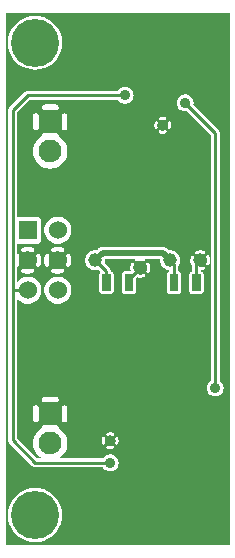
<source format=gbr>
G04 start of page 3 for group 5 idx 5 *
G04 Title: (unknown), bottom *
G04 Creator: pcb 4.2.2 *
G04 CreationDate: Sat Aug  8 01:25:40 2020 UTC *
G04 For: harold *
G04 Format: Gerber/RS-274X *
G04 PCB-Dimensions (mil): 6000.00 5000.00 *
G04 PCB-Coordinate-Origin: lower left *
%MOIN*%
%FSLAX25Y25*%
%LNBOTTOM*%
%ADD34C,0.0340*%
%ADD33C,0.0390*%
%ADD32C,0.0240*%
%ADD31C,0.1350*%
%ADD30C,0.0460*%
%ADD29C,0.1600*%
%ADD28C,0.0360*%
%ADD27C,0.0760*%
%ADD26C,0.0600*%
%ADD25C,0.0200*%
%ADD24C,0.0100*%
%ADD23C,0.0001*%
G54D23*G36*
X180172Y345207D02*X181000Y344379D01*
Y262365D01*
X180849Y262272D01*
X180514Y261986D01*
X180228Y261651D01*
X180172Y261559D01*
Y300853D01*
X180222Y300867D01*
X180294Y300901D01*
X180359Y300944D01*
X180417Y300998D01*
X180465Y301060D01*
X180502Y301130D01*
X180622Y301420D01*
X180711Y301721D01*
X180770Y302030D01*
X180800Y302343D01*
Y302657D01*
X180770Y302970D01*
X180711Y303279D01*
X180622Y303580D01*
X180505Y303872D01*
X180467Y303941D01*
X180419Y304004D01*
X180361Y304058D01*
X180295Y304102D01*
X180223Y304135D01*
X180172Y304150D01*
Y345207D01*
G37*
G36*
Y384843D02*X187461D01*
Y207677D01*
X180172D01*
Y258441D01*
X180228Y258349D01*
X180514Y258014D01*
X180849Y257728D01*
X181225Y257497D01*
X181632Y257329D01*
X182061Y257226D01*
X182500Y257191D01*
X182939Y257226D01*
X183368Y257329D01*
X183775Y257497D01*
X184151Y257728D01*
X184486Y258014D01*
X184772Y258349D01*
X185003Y258725D01*
X185171Y259132D01*
X185274Y259561D01*
X185300Y260000D01*
X185274Y260439D01*
X185171Y260868D01*
X185003Y261275D01*
X184772Y261651D01*
X184486Y261986D01*
X184151Y262272D01*
X184000Y262365D01*
Y344941D01*
X184005Y345000D01*
X183986Y345235D01*
X183931Y345465D01*
X183841Y345683D01*
X183717Y345884D01*
X183564Y346064D01*
X183519Y346102D01*
X180172Y349450D01*
Y384843D01*
G37*
G36*
Y207677D02*X177496D01*
Y291251D01*
X177780Y291252D01*
X177933Y291289D01*
X178078Y291349D01*
X178213Y291431D01*
X178332Y291534D01*
X178435Y291653D01*
X178517Y291788D01*
X178577Y291933D01*
X178614Y292086D01*
X178623Y292243D01*
X178614Y297914D01*
X178577Y298067D01*
X178517Y298212D01*
X178435Y298347D01*
X178332Y298466D01*
X178213Y298569D01*
X178078Y298651D01*
X177933Y298711D01*
X177780Y298748D01*
X177743Y298750D01*
Y299208D01*
X177970Y299230D01*
X178279Y299289D01*
X178580Y299378D01*
X178872Y299495D01*
X178941Y299533D01*
X179004Y299581D01*
X179058Y299639D01*
X179102Y299705D01*
X179135Y299777D01*
X179157Y299853D01*
X179166Y299931D01*
X179164Y300010D01*
X179149Y300088D01*
X179121Y300162D01*
X179083Y300231D01*
X179034Y300294D01*
X178976Y300348D01*
X178911Y300392D01*
X178839Y300425D01*
X178763Y300447D01*
X178684Y300457D01*
X178605Y300454D01*
X178528Y300439D01*
X178454Y300410D01*
X178252Y300326D01*
X178042Y300265D01*
X177827Y300223D01*
X177743Y300215D01*
Y300622D01*
X178561Y301439D01*
X178717Y301616D01*
X178841Y301817D01*
X178931Y302035D01*
X178986Y302265D01*
X179005Y302500D01*
X178986Y302735D01*
X178931Y302965D01*
X178841Y303183D01*
X178717Y303384D01*
X178564Y303564D01*
X178384Y303717D01*
X178183Y303841D01*
X177965Y303931D01*
X177735Y303986D01*
X177500Y304005D01*
X177496Y304004D01*
Y304797D01*
X177609D01*
X177827Y304777D01*
X178042Y304735D01*
X178252Y304674D01*
X178455Y304592D01*
X178528Y304564D01*
X178606Y304549D01*
X178684Y304546D01*
X178762Y304556D01*
X178838Y304577D01*
X178909Y304610D01*
X178975Y304654D01*
X179032Y304708D01*
X179081Y304770D01*
X179119Y304839D01*
X179146Y304913D01*
X179161Y304990D01*
X179164Y305069D01*
X179154Y305147D01*
X179133Y305222D01*
X179099Y305294D01*
X179056Y305359D01*
X179002Y305417D01*
X178940Y305465D01*
X178870Y305502D01*
X178580Y305622D01*
X178279Y305711D01*
X177970Y305770D01*
X177657Y305800D01*
X177496D01*
Y347883D01*
X180172Y345207D01*
Y304150D01*
X180147Y304157D01*
X180069Y304166D01*
X179990Y304164D01*
X179912Y304149D01*
X179838Y304121D01*
X179769Y304083D01*
X179706Y304034D01*
X179652Y303976D01*
X179608Y303911D01*
X179575Y303839D01*
X179553Y303763D01*
X179543Y303684D01*
X179546Y303605D01*
X179561Y303528D01*
X179590Y303454D01*
X179674Y303252D01*
X179735Y303042D01*
X179777Y302827D01*
X179797Y302609D01*
Y302391D01*
X179777Y302173D01*
X179735Y301958D01*
X179674Y301748D01*
X179592Y301545D01*
X179564Y301472D01*
X179549Y301394D01*
X179546Y301316D01*
X179556Y301238D01*
X179577Y301162D01*
X179610Y301091D01*
X179654Y301025D01*
X179708Y300968D01*
X179770Y300919D01*
X179839Y300881D01*
X179913Y300854D01*
X179990Y300839D01*
X180069Y300836D01*
X180147Y300846D01*
X180172Y300853D01*
Y261559D01*
X179997Y261275D01*
X179829Y260868D01*
X179726Y260439D01*
X179691Y260000D01*
X179726Y259561D01*
X179829Y259132D01*
X179997Y258725D01*
X180172Y258441D01*
Y207677D01*
G37*
G36*
X177496Y384843D02*X180172D01*
Y349450D01*
X177496Y352126D01*
Y384843D01*
G37*
G36*
X167230Y299211D02*X167257Y299209D01*
Y298748D01*
X167230Y298748D01*
Y299211D01*
G37*
G36*
Y384843D02*X177496D01*
Y352126D01*
X175233Y354389D01*
X175274Y354561D01*
X175300Y355000D01*
X175274Y355439D01*
X175171Y355868D01*
X175003Y356275D01*
X174772Y356651D01*
X174486Y356986D01*
X174151Y357272D01*
X173775Y357503D01*
X173368Y357671D01*
X172939Y357774D01*
X172500Y357809D01*
X172061Y357774D01*
X171632Y357671D01*
X171225Y357503D01*
X170849Y357272D01*
X170514Y356986D01*
X170228Y356651D01*
X169997Y356275D01*
X169829Y355868D01*
X169726Y355439D01*
X169691Y355000D01*
X169726Y354561D01*
X169829Y354132D01*
X169997Y353725D01*
X170228Y353349D01*
X170514Y353014D01*
X170849Y352728D01*
X171225Y352497D01*
X171632Y352329D01*
X172061Y352226D01*
X172500Y352191D01*
X172939Y352226D01*
X173111Y352267D01*
X177496Y347883D01*
Y305800D01*
X177343D01*
X177030Y305770D01*
X176721Y305711D01*
X176420Y305622D01*
X176128Y305505D01*
X176059Y305467D01*
X175996Y305419D01*
X175942Y305361D01*
X175898Y305295D01*
X175865Y305223D01*
X175843Y305147D01*
X175834Y305069D01*
X175836Y304990D01*
X175851Y304912D01*
X175879Y304838D01*
X175917Y304769D01*
X175966Y304706D01*
X176024Y304652D01*
X176089Y304608D01*
X176161Y304575D01*
X176237Y304553D01*
X176316Y304543D01*
X176395Y304546D01*
X176472Y304561D01*
X176546Y304590D01*
X176748Y304674D01*
X176958Y304735D01*
X177173Y304777D01*
X177391Y304797D01*
X177496D01*
Y304004D01*
X177265Y303986D01*
X177035Y303931D01*
X176817Y303841D01*
X176616Y303717D01*
X176439Y303561D01*
X175224Y302345D01*
X175208Y302332D01*
X175203Y302391D01*
Y302609D01*
X175223Y302827D01*
X175265Y303042D01*
X175326Y303252D01*
X175408Y303455D01*
X175436Y303528D01*
X175451Y303606D01*
X175454Y303684D01*
X175444Y303762D01*
X175423Y303838D01*
X175390Y303909D01*
X175346Y303975D01*
X175292Y304032D01*
X175230Y304081D01*
X175161Y304119D01*
X175087Y304146D01*
X175010Y304161D01*
X174931Y304164D01*
X174853Y304154D01*
X174778Y304133D01*
X174706Y304099D01*
X174641Y304056D01*
X174583Y304002D01*
X174535Y303940D01*
X174498Y303870D01*
X174378Y303580D01*
X174289Y303279D01*
X174230Y302970D01*
X174200Y302657D01*
Y302343D01*
X174230Y302030D01*
X174289Y301721D01*
X174378Y301420D01*
X174495Y301128D01*
X174533Y301059D01*
X174581Y300996D01*
X174639Y300942D01*
X174705Y300898D01*
X174743Y300881D01*
Y298748D01*
X174706Y298748D01*
X174553Y298711D01*
X174408Y298651D01*
X174273Y298569D01*
X174154Y298466D01*
X174051Y298347D01*
X173969Y298212D01*
X173909Y298067D01*
X173872Y297914D01*
X173863Y297757D01*
X173872Y292086D01*
X173909Y291933D01*
X173969Y291788D01*
X174051Y291653D01*
X174154Y291534D01*
X174273Y291431D01*
X174408Y291349D01*
X174553Y291289D01*
X174706Y291252D01*
X174863Y291243D01*
X177496Y291251D01*
Y207677D01*
X167230D01*
Y291252D01*
X167377Y291243D01*
X170294Y291252D01*
X170447Y291289D01*
X170592Y291349D01*
X170727Y291431D01*
X170846Y291534D01*
X170949Y291653D01*
X171031Y291788D01*
X171091Y291933D01*
X171128Y292086D01*
X171137Y292243D01*
X171128Y297914D01*
X171091Y298067D01*
X171031Y298212D01*
X170949Y298347D01*
X170846Y298466D01*
X170727Y298569D01*
X170592Y298651D01*
X170447Y298711D01*
X170294Y298748D01*
X170257Y298750D01*
Y300683D01*
X170449Y300997D01*
X170648Y301477D01*
X170769Y301982D01*
X170800Y302500D01*
X170769Y303018D01*
X170648Y303523D01*
X170449Y304003D01*
X170178Y304446D01*
X169841Y304841D01*
X169446Y305178D01*
X169003Y305449D01*
X168523Y305648D01*
X168018Y305769D01*
X167500Y305810D01*
X167230Y305789D01*
Y346214D01*
X167298Y346228D01*
X167371Y346255D01*
X167440Y346294D01*
X167502Y346343D01*
X167555Y346401D01*
X167598Y346466D01*
X167630Y346538D01*
X167706Y346771D01*
X167760Y347011D01*
X167792Y347255D01*
X167803Y347500D01*
X167792Y347745D01*
X167760Y347989D01*
X167706Y348229D01*
X167632Y348463D01*
X167600Y348535D01*
X167556Y348600D01*
X167503Y348659D01*
X167441Y348708D01*
X167372Y348746D01*
X167298Y348774D01*
X167230Y348788D01*
Y384843D01*
G37*
G36*
Y207677D02*X165001D01*
Y300345D01*
X165159Y300159D01*
X165554Y299822D01*
X165997Y299551D01*
X166477Y299352D01*
X166982Y299231D01*
X167230Y299211D01*
Y298748D01*
X167220Y298748D01*
X167067Y298711D01*
X166922Y298651D01*
X166787Y298569D01*
X166668Y298466D01*
X166565Y298347D01*
X166483Y298212D01*
X166423Y298067D01*
X166386Y297914D01*
X166377Y297757D01*
X166386Y292086D01*
X166423Y291933D01*
X166483Y291788D01*
X166565Y291653D01*
X166668Y291534D01*
X166787Y291431D01*
X166922Y291349D01*
X167067Y291289D01*
X167220Y291252D01*
X167230Y291252D01*
Y207677D01*
G37*
G36*
X165001Y384843D02*X167230D01*
Y348788D01*
X167221Y348790D01*
X167142Y348793D01*
X167063Y348784D01*
X166987Y348763D01*
X166915Y348730D01*
X166850Y348686D01*
X166791Y348633D01*
X166742Y348571D01*
X166704Y348502D01*
X166676Y348428D01*
X166660Y348351D01*
X166657Y348272D01*
X166666Y348193D01*
X166689Y348118D01*
X166738Y347968D01*
X166772Y347814D01*
X166793Y347658D01*
X166800Y347500D01*
X166793Y347342D01*
X166772Y347186D01*
X166738Y347032D01*
X166690Y346882D01*
X166668Y346806D01*
X166659Y346728D01*
X166662Y346650D01*
X166678Y346573D01*
X166705Y346499D01*
X166744Y346430D01*
X166793Y346369D01*
X166851Y346315D01*
X166916Y346272D01*
X166988Y346239D01*
X167064Y346218D01*
X167142Y346209D01*
X167220Y346212D01*
X167230Y346214D01*
Y305789D01*
X167053Y305775D01*
X166470Y306359D01*
X166419Y306419D01*
X166179Y306623D01*
X166179Y306623D01*
X165911Y306788D01*
X165620Y306908D01*
X165314Y306981D01*
X165001Y307006D01*
Y344697D01*
X165245Y344708D01*
X165489Y344740D01*
X165729Y344794D01*
X165963Y344868D01*
X166035Y344900D01*
X166100Y344944D01*
X166159Y344997D01*
X166208Y345059D01*
X166246Y345128D01*
X166274Y345202D01*
X166290Y345279D01*
X166293Y345358D01*
X166284Y345437D01*
X166263Y345513D01*
X166230Y345585D01*
X166186Y345650D01*
X166133Y345709D01*
X166071Y345758D01*
X166002Y345796D01*
X165928Y345824D01*
X165851Y345840D01*
X165772Y345843D01*
X165693Y345834D01*
X165618Y345811D01*
X165468Y345762D01*
X165314Y345728D01*
X165158Y345707D01*
X165001Y345700D01*
Y349300D01*
X165158Y349293D01*
X165314Y349272D01*
X165468Y349238D01*
X165618Y349190D01*
X165694Y349168D01*
X165772Y349159D01*
X165850Y349162D01*
X165927Y349178D01*
X166001Y349205D01*
X166070Y349244D01*
X166131Y349293D01*
X166185Y349351D01*
X166228Y349416D01*
X166261Y349488D01*
X166282Y349564D01*
X166291Y349642D01*
X166288Y349720D01*
X166272Y349798D01*
X166245Y349871D01*
X166206Y349940D01*
X166157Y350002D01*
X166099Y350055D01*
X166034Y350098D01*
X165962Y350130D01*
X165729Y350206D01*
X165489Y350260D01*
X165245Y350292D01*
X165001Y350303D01*
Y384843D01*
G37*
G36*
Y207677D02*X160172D01*
Y298353D01*
X160222Y298367D01*
X160294Y298401D01*
X160359Y298444D01*
X160417Y298498D01*
X160465Y298560D01*
X160502Y298630D01*
X160622Y298920D01*
X160711Y299221D01*
X160770Y299530D01*
X160800Y299843D01*
Y300157D01*
X160770Y300470D01*
X160711Y300779D01*
X160622Y301080D01*
X160505Y301372D01*
X160467Y301441D01*
X160419Y301504D01*
X160361Y301558D01*
X160295Y301602D01*
X160223Y301635D01*
X160172Y301650D01*
Y303000D01*
X164172D01*
X164225Y302947D01*
X164190Y302500D01*
X164231Y301982D01*
X164352Y301477D01*
X164551Y300997D01*
X164822Y300554D01*
X165001Y300345D01*
Y207677D01*
G37*
G36*
X160172D02*X155265D01*
Y291252D01*
X155280Y291252D01*
X155433Y291289D01*
X155578Y291349D01*
X155713Y291431D01*
X155832Y291534D01*
X155935Y291653D01*
X156017Y291788D01*
X156077Y291933D01*
X156114Y292086D01*
X156123Y292243D01*
X156116Y296495D01*
X156481Y296860D01*
X156721Y296789D01*
X157030Y296730D01*
X157343Y296700D01*
X157657D01*
X157970Y296730D01*
X158279Y296789D01*
X158580Y296878D01*
X158872Y296995D01*
X158941Y297033D01*
X159004Y297081D01*
X159058Y297139D01*
X159102Y297205D01*
X159135Y297277D01*
X159157Y297353D01*
X159166Y297431D01*
X159164Y297510D01*
X159149Y297588D01*
X159121Y297662D01*
X159083Y297731D01*
X159034Y297794D01*
X158976Y297848D01*
X158911Y297892D01*
X158839Y297925D01*
X158763Y297947D01*
X158684Y297957D01*
X158605Y297954D01*
X158528Y297939D01*
X158454Y297910D01*
X158252Y297826D01*
X158042Y297765D01*
X157827Y297723D01*
X157609Y297703D01*
X157391D01*
X157330Y297708D01*
X158561Y298939D01*
X158717Y299116D01*
X158841Y299317D01*
X158931Y299535D01*
X158986Y299765D01*
X159005Y300000D01*
X158986Y300235D01*
X158931Y300465D01*
X158841Y300683D01*
X158717Y300884D01*
X158564Y301064D01*
X158384Y301217D01*
X158183Y301341D01*
X157965Y301431D01*
X157735Y301486D01*
X157500Y301505D01*
X157265Y301486D01*
X157035Y301431D01*
X156817Y301341D01*
X156616Y301217D01*
X156439Y301061D01*
X155265Y299886D01*
Y300542D01*
X155265Y300542D01*
X155326Y300752D01*
X155408Y300955D01*
X155436Y301028D01*
X155451Y301106D01*
X155454Y301184D01*
X155444Y301262D01*
X155423Y301338D01*
X155390Y301409D01*
X155346Y301475D01*
X155292Y301532D01*
X155265Y301554D01*
Y303000D01*
X156118D01*
X156059Y302967D01*
X155996Y302919D01*
X155942Y302861D01*
X155898Y302795D01*
X155865Y302723D01*
X155843Y302647D01*
X155834Y302569D01*
X155836Y302490D01*
X155851Y302412D01*
X155879Y302338D01*
X155917Y302269D01*
X155966Y302206D01*
X156024Y302152D01*
X156089Y302108D01*
X156161Y302075D01*
X156237Y302053D01*
X156316Y302043D01*
X156395Y302046D01*
X156472Y302061D01*
X156546Y302090D01*
X156748Y302174D01*
X156958Y302235D01*
X157173Y302277D01*
X157391Y302297D01*
X157609D01*
X157827Y302277D01*
X158042Y302235D01*
X158252Y302174D01*
X158455Y302092D01*
X158528Y302064D01*
X158606Y302049D01*
X158684Y302046D01*
X158762Y302056D01*
X158838Y302077D01*
X158909Y302110D01*
X158975Y302154D01*
X159032Y302208D01*
X159081Y302270D01*
X159119Y302339D01*
X159146Y302413D01*
X159161Y302490D01*
X159164Y302569D01*
X159154Y302647D01*
X159133Y302722D01*
X159099Y302794D01*
X159056Y302859D01*
X159002Y302917D01*
X158940Y302965D01*
X158874Y303000D01*
X160172D01*
Y301650D01*
X160147Y301657D01*
X160069Y301666D01*
X159990Y301664D01*
X159912Y301649D01*
X159838Y301621D01*
X159769Y301583D01*
X159706Y301534D01*
X159652Y301476D01*
X159608Y301411D01*
X159575Y301339D01*
X159553Y301263D01*
X159543Y301184D01*
X159546Y301105D01*
X159561Y301028D01*
X159590Y300954D01*
X159674Y300752D01*
X159735Y300542D01*
X159777Y300327D01*
X159797Y300109D01*
Y299891D01*
X159777Y299673D01*
X159735Y299458D01*
X159674Y299248D01*
X159592Y299045D01*
X159564Y298972D01*
X159549Y298894D01*
X159546Y298816D01*
X159556Y298738D01*
X159577Y298662D01*
X159610Y298591D01*
X159654Y298525D01*
X159708Y298468D01*
X159770Y298419D01*
X159839Y298381D01*
X159913Y298354D01*
X159990Y298339D01*
X160069Y298336D01*
X160147Y298346D01*
X160172Y298353D01*
Y207677D01*
G37*
G36*
X162770Y384843D02*X165001D01*
Y350303D01*
X165000Y350303D01*
X164755Y350292D01*
X164511Y350260D01*
X164271Y350206D01*
X164037Y350132D01*
X163965Y350100D01*
X163900Y350056D01*
X163841Y350003D01*
X163792Y349941D01*
X163754Y349872D01*
X163726Y349798D01*
X163710Y349721D01*
X163707Y349642D01*
X163716Y349563D01*
X163737Y349487D01*
X163770Y349415D01*
X163814Y349350D01*
X163867Y349291D01*
X163929Y349242D01*
X163998Y349204D01*
X164072Y349176D01*
X164149Y349160D01*
X164228Y349157D01*
X164307Y349166D01*
X164382Y349189D01*
X164532Y349238D01*
X164686Y349272D01*
X164842Y349293D01*
X165000Y349300D01*
X165001Y349300D01*
Y345700D01*
X165000Y345700D01*
X164842Y345707D01*
X164686Y345728D01*
X164532Y345762D01*
X164382Y345810D01*
X164306Y345832D01*
X164228Y345841D01*
X164150Y345838D01*
X164073Y345822D01*
X163999Y345795D01*
X163930Y345756D01*
X163869Y345707D01*
X163815Y345649D01*
X163772Y345584D01*
X163739Y345512D01*
X163718Y345436D01*
X163709Y345358D01*
X163712Y345280D01*
X163728Y345202D01*
X163755Y345129D01*
X163794Y345060D01*
X163843Y344998D01*
X163901Y344945D01*
X163966Y344902D01*
X164038Y344870D01*
X164271Y344794D01*
X164511Y344740D01*
X164755Y344708D01*
X165000Y344697D01*
X165001Y344697D01*
Y307006D01*
X165000Y307006D01*
X164922Y307000D01*
X162770D01*
Y346212D01*
X162779Y346210D01*
X162858Y346207D01*
X162937Y346216D01*
X163013Y346237D01*
X163085Y346270D01*
X163150Y346314D01*
X163209Y346367D01*
X163258Y346429D01*
X163296Y346498D01*
X163324Y346572D01*
X163340Y346649D01*
X163343Y346728D01*
X163334Y346807D01*
X163311Y346882D01*
X163262Y347032D01*
X163228Y347186D01*
X163207Y347342D01*
X163200Y347500D01*
X163207Y347658D01*
X163228Y347814D01*
X163262Y347968D01*
X163310Y348118D01*
X163332Y348194D01*
X163341Y348272D01*
X163338Y348350D01*
X163322Y348427D01*
X163295Y348501D01*
X163256Y348570D01*
X163207Y348631D01*
X163149Y348685D01*
X163084Y348728D01*
X163012Y348761D01*
X162936Y348782D01*
X162858Y348791D01*
X162780Y348788D01*
X162770Y348786D01*
Y384843D01*
G37*
G36*
X155265D02*X162770D01*
Y348786D01*
X162702Y348772D01*
X162629Y348745D01*
X162560Y348706D01*
X162498Y348657D01*
X162445Y348599D01*
X162402Y348534D01*
X162370Y348462D01*
X162294Y348229D01*
X162240Y347989D01*
X162208Y347745D01*
X162197Y347500D01*
X162208Y347255D01*
X162240Y347011D01*
X162294Y346771D01*
X162368Y346537D01*
X162400Y346465D01*
X162444Y346400D01*
X162497Y346341D01*
X162559Y346292D01*
X162628Y346254D01*
X162702Y346226D01*
X162770Y346212D01*
Y307000D01*
X155265D01*
Y357022D01*
X155274Y357061D01*
X155300Y357500D01*
X155274Y357939D01*
X155265Y357978D01*
Y384843D01*
G37*
G36*
Y299886D02*X155208Y299830D01*
X155203Y299891D01*
Y300109D01*
X155223Y300327D01*
X155265Y300542D01*
Y299886D01*
G37*
G36*
X147501Y356000D02*X150135D01*
X150228Y355849D01*
X150514Y355514D01*
X150849Y355228D01*
X151225Y354997D01*
X151632Y354829D01*
X152061Y354726D01*
X152500Y354691D01*
X152939Y354726D01*
X153368Y354829D01*
X153775Y354997D01*
X154151Y355228D01*
X154486Y355514D01*
X154772Y355849D01*
X155003Y356225D01*
X155171Y356632D01*
X155265Y357022D01*
Y307000D01*
X147501D01*
Y356000D01*
G37*
G36*
X155265Y207677D02*X149730D01*
Y233300D01*
X149772Y233349D01*
X150003Y233725D01*
X150171Y234132D01*
X150274Y234561D01*
X150300Y235000D01*
X150274Y235439D01*
X150171Y235868D01*
X150003Y236275D01*
X149772Y236651D01*
X149730Y236700D01*
Y241033D01*
X149798Y241047D01*
X149871Y241074D01*
X149940Y241113D01*
X150002Y241162D01*
X150055Y241220D01*
X150098Y241285D01*
X150130Y241357D01*
X150206Y241590D01*
X150260Y241830D01*
X150292Y242074D01*
X150303Y242319D01*
X150292Y242564D01*
X150260Y242808D01*
X150206Y243047D01*
X150132Y243282D01*
X150100Y243354D01*
X150056Y243419D01*
X150003Y243477D01*
X149941Y243527D01*
X149872Y243565D01*
X149798Y243593D01*
X149730Y243607D01*
Y303000D01*
X155265D01*
Y301554D01*
X155230Y301581D01*
X155161Y301619D01*
X155087Y301646D01*
X155010Y301661D01*
X154931Y301664D01*
X154853Y301654D01*
X154778Y301633D01*
X154706Y301599D01*
X154641Y301556D01*
X154583Y301502D01*
X154535Y301440D01*
X154498Y301370D01*
X154378Y301080D01*
X154289Y300779D01*
X154230Y300470D01*
X154200Y300157D01*
Y299843D01*
X154230Y299530D01*
X154289Y299221D01*
X154360Y298981D01*
X154133Y298754D01*
X152206Y298748D01*
X152053Y298711D01*
X151908Y298651D01*
X151773Y298569D01*
X151654Y298466D01*
X151551Y298347D01*
X151469Y298212D01*
X151409Y298067D01*
X151372Y297914D01*
X151363Y297757D01*
X151372Y292086D01*
X151409Y291933D01*
X151469Y291788D01*
X151551Y291653D01*
X151654Y291534D01*
X151773Y291431D01*
X151908Y291349D01*
X152053Y291289D01*
X152206Y291252D01*
X152363Y291243D01*
X155265Y291252D01*
Y207677D01*
G37*
G36*
X149730Y236700D02*X149486Y236986D01*
X149151Y237272D01*
X148775Y237503D01*
X148368Y237671D01*
X147939Y237774D01*
X147501Y237809D01*
Y239516D01*
X147745Y239527D01*
X147989Y239559D01*
X148229Y239613D01*
X148463Y239687D01*
X148535Y239719D01*
X148600Y239763D01*
X148659Y239816D01*
X148708Y239878D01*
X148746Y239947D01*
X148774Y240021D01*
X148790Y240098D01*
X148793Y240177D01*
X148784Y240256D01*
X148763Y240332D01*
X148730Y240404D01*
X148686Y240469D01*
X148633Y240527D01*
X148571Y240576D01*
X148502Y240615D01*
X148428Y240643D01*
X148351Y240658D01*
X148272Y240662D01*
X148193Y240653D01*
X148118Y240630D01*
X147968Y240581D01*
X147814Y240546D01*
X147658Y240526D01*
X147501Y240519D01*
Y244119D01*
X147658Y244112D01*
X147814Y244091D01*
X147968Y244057D01*
X148118Y244009D01*
X148194Y243987D01*
X148272Y243978D01*
X148350Y243981D01*
X148427Y243997D01*
X148501Y244024D01*
X148570Y244063D01*
X148631Y244112D01*
X148685Y244170D01*
X148728Y244235D01*
X148761Y244307D01*
X148782Y244383D01*
X148791Y244461D01*
X148788Y244539D01*
X148772Y244616D01*
X148745Y244690D01*
X148706Y244759D01*
X148657Y244820D01*
X148599Y244874D01*
X148534Y244917D01*
X148462Y244949D01*
X148229Y245025D01*
X147989Y245079D01*
X147745Y245111D01*
X147501Y245122D01*
Y291251D01*
X147794Y291252D01*
X147947Y291289D01*
X148092Y291349D01*
X148227Y291431D01*
X148346Y291534D01*
X148449Y291653D01*
X148531Y291788D01*
X148591Y291933D01*
X148628Y292086D01*
X148637Y292243D01*
X148628Y297914D01*
X148591Y298067D01*
X148531Y298212D01*
X148449Y298347D01*
X148346Y298466D01*
X148227Y298569D01*
X148092Y298651D01*
X147947Y298711D01*
X147794Y298748D01*
X147761Y298750D01*
X147743Y298978D01*
X147688Y299208D01*
X147598Y299426D01*
X147501Y299584D01*
Y303000D01*
X149730D01*
Y243607D01*
X149721Y243609D01*
X149642Y243612D01*
X149563Y243603D01*
X149487Y243582D01*
X149415Y243549D01*
X149350Y243505D01*
X149291Y243452D01*
X149242Y243390D01*
X149204Y243321D01*
X149176Y243247D01*
X149160Y243169D01*
X149157Y243091D01*
X149166Y243012D01*
X149189Y242937D01*
X149238Y242787D01*
X149272Y242633D01*
X149293Y242476D01*
X149300Y242319D01*
X149293Y242161D01*
X149272Y242005D01*
X149238Y241851D01*
X149190Y241701D01*
X149168Y241625D01*
X149159Y241547D01*
X149162Y241469D01*
X149178Y241391D01*
X149205Y241318D01*
X149244Y241249D01*
X149293Y241187D01*
X149351Y241134D01*
X149416Y241091D01*
X149488Y241058D01*
X149564Y241037D01*
X149642Y241028D01*
X149720Y241031D01*
X149730Y241033D01*
Y236700D01*
G37*
G36*
Y207677D02*X147501D01*
Y232191D01*
X147939Y232226D01*
X148368Y232329D01*
X148775Y232497D01*
X149151Y232728D01*
X149486Y233014D01*
X149730Y233300D01*
Y207677D01*
G37*
G36*
X147501Y299584D02*X147474Y299627D01*
X147321Y299807D01*
X147276Y299845D01*
X145647Y301474D01*
X145648Y301477D01*
X145769Y301982D01*
X145800Y302500D01*
X145774Y302945D01*
X145828Y303000D01*
X147501D01*
Y299584D01*
G37*
G36*
X145270Y356000D02*X147501D01*
Y307000D01*
X145270D01*
Y356000D01*
G37*
G36*
X147501Y237809D02*X147500Y237809D01*
X147061Y237774D01*
X146632Y237671D01*
X146225Y237503D01*
X145849Y237272D01*
X145514Y236986D01*
X145270Y236700D01*
Y241031D01*
X145279Y241029D01*
X145358Y241026D01*
X145437Y241035D01*
X145513Y241056D01*
X145585Y241089D01*
X145650Y241133D01*
X145709Y241186D01*
X145758Y241248D01*
X145796Y241317D01*
X145824Y241391D01*
X145840Y241468D01*
X145843Y241547D01*
X145834Y241626D01*
X145811Y241701D01*
X145762Y241851D01*
X145728Y242005D01*
X145707Y242161D01*
X145700Y242319D01*
X145707Y242476D01*
X145728Y242633D01*
X145762Y242787D01*
X145810Y242937D01*
X145832Y243012D01*
X145841Y243091D01*
X145838Y243169D01*
X145822Y243246D01*
X145795Y243320D01*
X145756Y243389D01*
X145707Y243450D01*
X145649Y243504D01*
X145584Y243547D01*
X145512Y243580D01*
X145436Y243601D01*
X145358Y243610D01*
X145280Y243607D01*
X145270Y243605D01*
Y291244D01*
X147501Y291251D01*
Y245122D01*
X147500Y245122D01*
X147255Y245111D01*
X147011Y245079D01*
X146771Y245025D01*
X146537Y244951D01*
X146465Y244919D01*
X146400Y244875D01*
X146341Y244822D01*
X146292Y244760D01*
X146254Y244691D01*
X146226Y244617D01*
X146210Y244540D01*
X146207Y244461D01*
X146216Y244382D01*
X146237Y244306D01*
X146270Y244234D01*
X146314Y244169D01*
X146367Y244110D01*
X146429Y244061D01*
X146498Y244023D01*
X146572Y243995D01*
X146649Y243979D01*
X146728Y243976D01*
X146807Y243985D01*
X146882Y244008D01*
X147032Y244057D01*
X147186Y244091D01*
X147342Y244112D01*
X147500Y244119D01*
X147501Y244119D01*
Y240519D01*
X147500Y240519D01*
X147342Y240526D01*
X147186Y240546D01*
X147032Y240581D01*
X146882Y240628D01*
X146806Y240651D01*
X146728Y240660D01*
X146650Y240657D01*
X146573Y240641D01*
X146499Y240614D01*
X146430Y240575D01*
X146369Y240526D01*
X146315Y240468D01*
X146272Y240403D01*
X146239Y240331D01*
X146218Y240255D01*
X146209Y240177D01*
X146212Y240098D01*
X146228Y240021D01*
X146255Y239948D01*
X146294Y239879D01*
X146343Y239817D01*
X146401Y239764D01*
X146466Y239721D01*
X146538Y239689D01*
X146771Y239613D01*
X147011Y239559D01*
X147255Y239527D01*
X147500Y239516D01*
X147501Y239516D01*
Y237809D01*
G37*
G36*
X145270Y236700D02*X145228Y236651D01*
X145135Y236500D01*
X134398D01*
Y291541D01*
X134458Y291794D01*
X134500Y292500D01*
X134458Y293206D01*
X134398Y293459D01*
Y301539D01*
X134422Y301637D01*
X134484Y302067D01*
X134505Y302500D01*
X134484Y302933D01*
X134422Y303363D01*
X134398Y303461D01*
Y311541D01*
X134458Y311794D01*
X134500Y312500D01*
X134458Y313206D01*
X134398Y313459D01*
Y356000D01*
X145270D01*
Y307000D01*
X145078D01*
X145000Y307006D01*
X144686Y306981D01*
X144380Y306908D01*
X144089Y306788D01*
X143821Y306623D01*
X143821Y306623D01*
X143581Y306419D01*
X143530Y306359D01*
X142947Y305775D01*
X142500Y305810D01*
X141982Y305769D01*
X141477Y305648D01*
X140997Y305449D01*
X140554Y305178D01*
X140159Y304841D01*
X139822Y304446D01*
X139551Y304003D01*
X139352Y303523D01*
X139231Y303018D01*
X139190Y302500D01*
X139231Y301982D01*
X139352Y301477D01*
X139551Y300997D01*
X139822Y300554D01*
X140159Y300159D01*
X140554Y299822D01*
X140997Y299551D01*
X141477Y299352D01*
X141982Y299231D01*
X142500Y299190D01*
X143018Y299231D01*
X143523Y299352D01*
X143526Y299353D01*
X144302Y298577D01*
X144287Y298569D01*
X144168Y298466D01*
X144065Y298347D01*
X143983Y298212D01*
X143923Y298067D01*
X143886Y297914D01*
X143877Y297757D01*
X143886Y292086D01*
X143923Y291933D01*
X143983Y291788D01*
X144065Y291653D01*
X144168Y291534D01*
X144287Y291431D01*
X144422Y291349D01*
X144567Y291289D01*
X144720Y291252D01*
X144877Y291243D01*
X145270Y291244D01*
Y243605D01*
X145202Y243591D01*
X145129Y243564D01*
X145060Y243525D01*
X144998Y243476D01*
X144945Y243418D01*
X144902Y243353D01*
X144870Y243281D01*
X144794Y243047D01*
X144740Y242808D01*
X144708Y242564D01*
X144697Y242319D01*
X144708Y242074D01*
X144740Y241830D01*
X144794Y241590D01*
X144868Y241356D01*
X144900Y241284D01*
X144944Y241218D01*
X144997Y241160D01*
X145059Y241111D01*
X145128Y241072D01*
X145202Y241045D01*
X145270Y241031D01*
Y236700D01*
G37*
G36*
X147501Y207677D02*X134398D01*
Y233500D01*
X145135D01*
X145228Y233349D01*
X145514Y233014D01*
X145849Y232728D01*
X146225Y232497D01*
X146632Y232329D01*
X147061Y232226D01*
X147500Y232191D01*
X147501Y232191D01*
Y207677D01*
G37*
G36*
X134398Y384843D02*X155265D01*
Y357978D01*
X155171Y358368D01*
X155003Y358775D01*
X154772Y359151D01*
X154486Y359486D01*
X154151Y359772D01*
X153775Y360003D01*
X153368Y360171D01*
X152939Y360274D01*
X152500Y360309D01*
X152061Y360274D01*
X151632Y360171D01*
X151225Y360003D01*
X150849Y359772D01*
X150514Y359486D01*
X150228Y359151D01*
X150135Y359000D01*
X134398D01*
Y384843D01*
G37*
G36*
X132275Y301000D02*X132366D01*
X132602Y301014D01*
X132725Y301044D01*
X132725Y301026D01*
X132745Y300909D01*
X132782Y300797D01*
X132836Y300693D01*
X132906Y300598D01*
X132991Y300515D01*
X133087Y300446D01*
X133192Y300393D01*
X133305Y300357D01*
X133421Y300340D01*
X133539Y300341D01*
X133656Y300360D01*
X133768Y300397D01*
X133873Y300452D01*
X133968Y300522D01*
X134051Y300606D01*
X134119Y300702D01*
X134170Y300808D01*
X134318Y301216D01*
X134398Y301539D01*
Y293459D01*
X134293Y293895D01*
X134022Y294549D01*
X133652Y295153D01*
X133192Y295692D01*
X132653Y296152D01*
X132275Y296384D01*
Y301000D01*
G37*
G36*
Y308616D02*X132653Y308848D01*
X133192Y309308D01*
X133652Y309847D01*
X134022Y310451D01*
X134293Y311105D01*
X134398Y311541D01*
Y303461D01*
X134318Y303784D01*
X134175Y304194D01*
X134122Y304300D01*
X134053Y304396D01*
X133970Y304481D01*
X133875Y304551D01*
X133769Y304606D01*
X133657Y304643D01*
X133540Y304663D01*
X133421Y304664D01*
X133304Y304646D01*
X133191Y304610D01*
X133085Y304557D01*
X132988Y304488D01*
X132904Y304405D01*
X132833Y304309D01*
X132779Y304204D01*
X132741Y304092D01*
X132722Y303975D01*
X132722Y303957D01*
X132602Y303986D01*
X132366Y304000D01*
X132275D01*
Y308616D01*
G37*
G36*
Y356000D02*X134398D01*
Y313459D01*
X134293Y313895D01*
X134022Y314549D01*
X133652Y315153D01*
X133192Y315692D01*
X132653Y316152D01*
X132275Y316384D01*
Y335606D01*
X132639Y336200D01*
X132985Y337037D01*
X133197Y337917D01*
X133250Y338819D01*
X133197Y339721D01*
X132985Y340601D01*
X132639Y341437D01*
X132275Y342032D01*
Y345834D01*
X132428Y345846D01*
X132577Y345882D01*
X132719Y345940D01*
X132850Y346021D01*
X132967Y346120D01*
X133066Y346237D01*
X133146Y346368D01*
X133205Y346510D01*
X133241Y346659D01*
X133250Y346812D01*
Y350512D01*
X133241Y350665D01*
X133205Y350814D01*
X133146Y350956D01*
X133066Y351087D01*
X132967Y351203D01*
X132850Y351303D01*
X132719Y351383D01*
X132577Y351442D01*
X132428Y351478D01*
X132275Y351490D01*
Y356000D01*
G37*
G36*
X134398Y236500D02*X132275D01*
Y238263D01*
X132639Y238857D01*
X132985Y239694D01*
X133197Y240574D01*
X133250Y241476D01*
X133197Y242378D01*
X132985Y243258D01*
X132639Y244094D01*
X132275Y244689D01*
Y248491D01*
X132428Y248503D01*
X132577Y248539D01*
X132719Y248598D01*
X132850Y248678D01*
X132967Y248777D01*
X133066Y248894D01*
X133146Y249025D01*
X133205Y249167D01*
X133241Y249316D01*
X133250Y249469D01*
Y253169D01*
X133241Y253322D01*
X133205Y253471D01*
X133146Y253613D01*
X133066Y253744D01*
X132967Y253861D01*
X132850Y253960D01*
X132719Y254040D01*
X132577Y254099D01*
X132428Y254135D01*
X132275Y254147D01*
Y288616D01*
X132653Y288848D01*
X133192Y289308D01*
X133652Y289847D01*
X134022Y290451D01*
X134293Y291105D01*
X134398Y291541D01*
Y236500D01*
G37*
G36*
X130002Y301000D02*X132275D01*
Y296384D01*
X132049Y296522D01*
X131395Y296793D01*
X130706Y296958D01*
X130002Y297014D01*
Y297995D01*
X130433Y298016D01*
X130863Y298078D01*
X131284Y298182D01*
X131694Y298325D01*
X131800Y298378D01*
X131896Y298447D01*
X131981Y298530D01*
X132051Y298625D01*
X132106Y298731D01*
X132143Y298843D01*
X132163Y298960D01*
X132164Y299079D01*
X132146Y299196D01*
X132110Y299309D01*
X132057Y299415D01*
X131988Y299512D01*
X131905Y299596D01*
X131809Y299667D01*
X131704Y299721D01*
X131592Y299759D01*
X131475Y299778D01*
X131356Y299779D01*
X131239Y299761D01*
X131126Y299723D01*
X130855Y299624D01*
X130575Y299556D01*
X130289Y299514D01*
X130002Y299500D01*
Y301000D01*
G37*
G36*
Y307986D02*X130706Y308042D01*
X131395Y308207D01*
X132049Y308478D01*
X132275Y308616D01*
Y304000D01*
X130002D01*
Y305500D01*
X130289Y305486D01*
X130575Y305444D01*
X130855Y305376D01*
X131128Y305280D01*
X131239Y305242D01*
X131356Y305225D01*
X131474Y305225D01*
X131591Y305245D01*
X131703Y305282D01*
X131807Y305336D01*
X131902Y305406D01*
X131985Y305491D01*
X132054Y305587D01*
X132107Y305692D01*
X132143Y305805D01*
X132160Y305921D01*
X132159Y306039D01*
X132140Y306156D01*
X132103Y306268D01*
X132048Y306373D01*
X131978Y306468D01*
X131894Y306551D01*
X131798Y306619D01*
X131692Y306670D01*
X131284Y306818D01*
X130863Y306922D01*
X130433Y306984D01*
X130002Y307005D01*
Y307986D01*
G37*
G36*
X127500Y308754D02*X127951Y308478D01*
X128605Y308207D01*
X129294Y308042D01*
X130000Y307986D01*
X130002Y307986D01*
Y307005D01*
X130000Y307005D01*
X129567Y306984D01*
X129137Y306922D01*
X128716Y306818D01*
X128306Y306675D01*
X128200Y306622D01*
X128104Y306553D01*
X128019Y306470D01*
X127949Y306375D01*
X127894Y306269D01*
X127857Y306157D01*
X127837Y306040D01*
X127836Y305921D01*
X127854Y305804D01*
X127890Y305691D01*
X127943Y305585D01*
X128012Y305488D01*
X128095Y305404D01*
X128191Y305333D01*
X128296Y305279D01*
X128408Y305241D01*
X128525Y305222D01*
X128644Y305221D01*
X128761Y305239D01*
X128874Y305277D01*
X129145Y305376D01*
X129425Y305444D01*
X129711Y305486D01*
X130000Y305500D01*
X130002Y305500D01*
Y304000D01*
X130000D01*
X129765Y303986D01*
X129535Y303931D01*
X129317Y303841D01*
X129116Y303717D01*
X128936Y303564D01*
X128783Y303384D01*
X128659Y303183D01*
X128569Y302965D01*
X128514Y302735D01*
X128495Y302500D01*
X128514Y302265D01*
X128569Y302035D01*
X128659Y301817D01*
X128783Y301616D01*
X128936Y301436D01*
X129116Y301283D01*
X129317Y301159D01*
X129535Y301069D01*
X129765Y301014D01*
X130000Y301000D01*
X130002D01*
Y299500D01*
X130000Y299500D01*
X129711Y299514D01*
X129425Y299556D01*
X129145Y299624D01*
X128872Y299720D01*
X128761Y299758D01*
X128644Y299775D01*
X128526Y299775D01*
X128409Y299755D01*
X128297Y299718D01*
X128193Y299664D01*
X128098Y299594D01*
X128015Y299509D01*
X127946Y299413D01*
X127893Y299308D01*
X127857Y299195D01*
X127840Y299079D01*
X127841Y298961D01*
X127860Y298844D01*
X127897Y298732D01*
X127952Y298627D01*
X128022Y298532D01*
X128106Y298449D01*
X128202Y298381D01*
X128308Y298330D01*
X128716Y298182D01*
X129137Y298078D01*
X129567Y298016D01*
X130000Y297995D01*
X130002Y297995D01*
Y297014D01*
X130000Y297014D01*
X129294Y296958D01*
X128605Y296793D01*
X127951Y296522D01*
X127500Y296246D01*
Y308754D01*
G37*
G36*
Y333051D02*X128402Y333122D01*
X129282Y333333D01*
X130118Y333680D01*
X130890Y334153D01*
X131578Y334740D01*
X132166Y335429D01*
X132275Y335606D01*
Y316384D01*
X132049Y316522D01*
X131395Y316793D01*
X130706Y316958D01*
X130000Y317014D01*
X129294Y316958D01*
X128605Y316793D01*
X127951Y316522D01*
X127500Y316246D01*
Y333051D01*
G37*
G36*
Y356000D02*X132275D01*
Y351490D01*
X132122Y351478D01*
X131973Y351442D01*
X131831Y351383D01*
X131700Y351303D01*
X131583Y351203D01*
X131484Y351087D01*
X131404Y350956D01*
X131345Y350814D01*
X131309Y350665D01*
X131300Y350512D01*
Y346812D01*
X131309Y346659D01*
X131345Y346510D01*
X131404Y346368D01*
X131484Y346237D01*
X131583Y346120D01*
X131700Y346021D01*
X131831Y345940D01*
X131973Y345882D01*
X132122Y345846D01*
X132275Y345834D01*
Y342032D01*
X132166Y342209D01*
X131578Y342897D01*
X130890Y343485D01*
X130324Y343832D01*
X130328Y343887D01*
X130316Y344040D01*
X130280Y344189D01*
X130221Y344331D01*
X130141Y344462D01*
X130042Y344578D01*
X129925Y344678D01*
X129794Y344758D01*
X129652Y344817D01*
X129503Y344853D01*
X129350Y344862D01*
X127500D01*
Y352462D01*
X129350D01*
X129503Y352471D01*
X129652Y352507D01*
X129794Y352565D01*
X129925Y352646D01*
X130042Y352745D01*
X130141Y352862D01*
X130221Y352993D01*
X130280Y353135D01*
X130316Y353284D01*
X130328Y353437D01*
X130316Y353590D01*
X130280Y353739D01*
X130221Y353881D01*
X130141Y354012D01*
X130042Y354128D01*
X129925Y354228D01*
X129794Y354308D01*
X129652Y354367D01*
X129503Y354403D01*
X129350Y354412D01*
X127500D01*
Y356000D01*
G37*
G36*
X132275Y244689D02*X132166Y244866D01*
X131578Y245554D01*
X130890Y246142D01*
X130324Y246489D01*
X130328Y246544D01*
X130316Y246697D01*
X130280Y246846D01*
X130221Y246988D01*
X130141Y247119D01*
X130042Y247236D01*
X129925Y247335D01*
X129794Y247415D01*
X129652Y247474D01*
X129503Y247510D01*
X129350Y247519D01*
X127500D01*
Y255119D01*
X129350D01*
X129503Y255128D01*
X129652Y255164D01*
X129794Y255223D01*
X129925Y255303D01*
X130042Y255402D01*
X130141Y255519D01*
X130221Y255650D01*
X130280Y255792D01*
X130316Y255941D01*
X130328Y256094D01*
X130316Y256247D01*
X130280Y256396D01*
X130221Y256538D01*
X130141Y256669D01*
X130042Y256786D01*
X129925Y256885D01*
X129794Y256965D01*
X129652Y257024D01*
X129503Y257060D01*
X129350Y257069D01*
X127500D01*
Y288754D01*
X127951Y288478D01*
X128605Y288207D01*
X129294Y288042D01*
X130000Y287986D01*
X130706Y288042D01*
X131395Y288207D01*
X132049Y288478D01*
X132275Y288616D01*
Y254147D01*
X132122Y254135D01*
X131973Y254099D01*
X131831Y254040D01*
X131700Y253960D01*
X131583Y253861D01*
X131484Y253744D01*
X131404Y253613D01*
X131345Y253471D01*
X131309Y253322D01*
X131300Y253169D01*
Y249469D01*
X131309Y249316D01*
X131345Y249167D01*
X131404Y249025D01*
X131484Y248894D01*
X131583Y248777D01*
X131700Y248678D01*
X131831Y248598D01*
X131973Y248539D01*
X132122Y248503D01*
X132275Y248491D01*
Y244689D01*
G37*
G36*
X122780Y301372D02*X122742Y301261D01*
X122725Y301147D01*
Y303830D01*
X122739Y303739D01*
X122777Y303626D01*
X122876Y303355D01*
X122944Y303075D01*
X122986Y302789D01*
X123000Y302500D01*
X122986Y302211D01*
X122944Y301925D01*
X122876Y301645D01*
X122780Y301372D01*
G37*
G36*
X122725Y356000D02*X127500D01*
Y354412D01*
X125650D01*
X125497Y354403D01*
X125348Y354367D01*
X125206Y354308D01*
X125075Y354228D01*
X124958Y354128D01*
X124859Y354012D01*
X124779Y353881D01*
X124720Y353739D01*
X124684Y353590D01*
X124672Y353437D01*
X124684Y353284D01*
X124720Y353135D01*
X124779Y352993D01*
X124859Y352862D01*
X124958Y352745D01*
X125075Y352646D01*
X125206Y352565D01*
X125348Y352507D01*
X125497Y352471D01*
X125650Y352462D01*
X127500D01*
Y344862D01*
X125650D01*
X125497Y344853D01*
X125348Y344817D01*
X125206Y344758D01*
X125075Y344678D01*
X124958Y344578D01*
X124859Y344462D01*
X124779Y344331D01*
X124720Y344189D01*
X124684Y344040D01*
X124672Y343887D01*
X124676Y343832D01*
X124110Y343485D01*
X123422Y342897D01*
X122834Y342209D01*
X122725Y342032D01*
Y345834D01*
X122878Y345846D01*
X123027Y345882D01*
X123169Y345940D01*
X123300Y346021D01*
X123417Y346120D01*
X123516Y346237D01*
X123596Y346368D01*
X123655Y346510D01*
X123691Y346659D01*
X123700Y346812D01*
Y350512D01*
X123691Y350665D01*
X123655Y350814D01*
X123596Y350956D01*
X123516Y351087D01*
X123417Y351203D01*
X123300Y351303D01*
X123169Y351383D01*
X123027Y351442D01*
X122878Y351478D01*
X122725Y351490D01*
Y356000D01*
G37*
G36*
Y238263D02*X122834Y238086D01*
X123422Y237398D01*
X124110Y236810D01*
X124615Y236500D01*
X123121D01*
X122725Y236896D01*
Y238263D01*
G37*
G36*
X126387Y289802D02*X126808Y289308D01*
X127347Y288848D01*
X127500Y288754D01*
Y257069D01*
X126387D01*
Y289802D01*
G37*
G36*
Y309802D02*X126808Y309308D01*
X127347Y308848D01*
X127500Y308754D01*
Y296246D01*
X127347Y296152D01*
X126808Y295692D01*
X126387Y295198D01*
Y300349D01*
X126460Y300337D01*
X126579Y300336D01*
X126696Y300354D01*
X126809Y300390D01*
X126915Y300443D01*
X127012Y300512D01*
X127096Y300595D01*
X127167Y300691D01*
X127221Y300796D01*
X127259Y300908D01*
X127278Y301025D01*
X127279Y301144D01*
X127261Y301261D01*
X127223Y301374D01*
X127124Y301645D01*
X127056Y301925D01*
X127014Y302211D01*
X127000Y302500D01*
X127014Y302789D01*
X127056Y303075D01*
X127124Y303355D01*
X127220Y303628D01*
X127258Y303739D01*
X127275Y303856D01*
X127275Y303974D01*
X127255Y304091D01*
X127218Y304203D01*
X127164Y304307D01*
X127094Y304402D01*
X127009Y304485D01*
X126913Y304554D01*
X126808Y304607D01*
X126695Y304643D01*
X126579Y304660D01*
X126461Y304659D01*
X126387Y304647D01*
Y309802D01*
G37*
G36*
Y333173D02*X126598Y333122D01*
X127500Y333051D01*
Y316246D01*
X127347Y316152D01*
X126808Y315692D01*
X126387Y315198D01*
Y333173D01*
G37*
G36*
X127500Y247519D02*X126387D01*
Y255119D01*
X127500D01*
Y247519D01*
G37*
G36*
X126387D02*X125650D01*
X125497Y247510D01*
X125348Y247474D01*
X125206Y247415D01*
X125075Y247335D01*
X124958Y247236D01*
X124859Y247119D01*
X124779Y246988D01*
X124720Y246846D01*
X124684Y246697D01*
X124672Y246544D01*
X124676Y246489D01*
X124110Y246142D01*
X123422Y245554D01*
X122834Y244866D01*
X122725Y244689D01*
Y248491D01*
X122878Y248503D01*
X123027Y248539D01*
X123169Y248598D01*
X123300Y248678D01*
X123417Y248777D01*
X123516Y248894D01*
X123596Y249025D01*
X123655Y249167D01*
X123691Y249316D01*
X123700Y249469D01*
Y253169D01*
X123691Y253322D01*
X123655Y253471D01*
X123596Y253613D01*
X123516Y253744D01*
X123417Y253861D01*
X123300Y253960D01*
X123169Y254040D01*
X123027Y254099D01*
X122878Y254135D01*
X122725Y254147D01*
Y288910D01*
X123192Y289308D01*
X123652Y289847D01*
X124022Y290451D01*
X124293Y291105D01*
X124458Y291794D01*
X124500Y292500D01*
X124458Y293206D01*
X124293Y293895D01*
X124022Y294549D01*
X123652Y295153D01*
X123192Y295692D01*
X122725Y296090D01*
Y301080D01*
X122725Y301026D01*
X122745Y300909D01*
X122782Y300797D01*
X122836Y300693D01*
X122906Y300598D01*
X122991Y300515D01*
X123087Y300446D01*
X123192Y300393D01*
X123305Y300357D01*
X123421Y300340D01*
X123539Y300341D01*
X123656Y300360D01*
X123768Y300397D01*
X123873Y300452D01*
X123968Y300522D01*
X124051Y300606D01*
X124119Y300702D01*
X124170Y300808D01*
X124318Y301216D01*
X124422Y301637D01*
X124484Y302067D01*
X124505Y302500D01*
X124484Y302933D01*
X124422Y303363D01*
X124318Y303784D01*
X124175Y304194D01*
X124122Y304300D01*
X124053Y304396D01*
X123970Y304481D01*
X123875Y304551D01*
X123769Y304606D01*
X123657Y304643D01*
X123540Y304663D01*
X123421Y304664D01*
X123304Y304646D01*
X123191Y304610D01*
X123085Y304557D01*
X122988Y304488D01*
X122904Y304405D01*
X122833Y304309D01*
X122779Y304204D01*
X122741Y304092D01*
X122725Y303993D01*
Y308013D01*
X123235Y308014D01*
X123465Y308069D01*
X123683Y308159D01*
X123884Y308283D01*
X124064Y308436D01*
X124217Y308616D01*
X124341Y308817D01*
X124431Y309035D01*
X124486Y309265D01*
X124500Y309500D01*
X124486Y315735D01*
X124431Y315965D01*
X124341Y316183D01*
X124217Y316384D01*
X124064Y316564D01*
X123884Y316717D01*
X123683Y316841D01*
X123465Y316931D01*
X123235Y316986D01*
X123000Y317000D01*
X122725Y316999D01*
Y335606D01*
X122834Y335429D01*
X123422Y334740D01*
X124110Y334153D01*
X124882Y333680D01*
X125718Y333333D01*
X126387Y333173D01*
Y315198D01*
X126348Y315153D01*
X125978Y314549D01*
X125707Y313895D01*
X125542Y313206D01*
X125486Y312500D01*
X125542Y311794D01*
X125707Y311105D01*
X125978Y310451D01*
X126348Y309847D01*
X126387Y309802D01*
Y304647D01*
X126344Y304640D01*
X126232Y304603D01*
X126127Y304548D01*
X126032Y304478D01*
X125949Y304394D01*
X125881Y304298D01*
X125830Y304192D01*
X125682Y303784D01*
X125578Y303363D01*
X125516Y302933D01*
X125495Y302500D01*
X125516Y302067D01*
X125578Y301637D01*
X125682Y301216D01*
X125825Y300806D01*
X125878Y300700D01*
X125947Y300604D01*
X126030Y300519D01*
X126125Y300449D01*
X126231Y300394D01*
X126343Y300357D01*
X126387Y300349D01*
Y295198D01*
X126348Y295153D01*
X125978Y294549D01*
X125707Y293895D01*
X125542Y293206D01*
X125486Y292500D01*
X125542Y291794D01*
X125707Y291105D01*
X125978Y290451D01*
X126348Y289847D01*
X126387Y289802D01*
Y257069D01*
X125650D01*
X125497Y257060D01*
X125348Y257024D01*
X125206Y256965D01*
X125075Y256885D01*
X124958Y256786D01*
X124859Y256669D01*
X124779Y256538D01*
X124720Y256396D01*
X124684Y256247D01*
X124672Y256094D01*
X124684Y255941D01*
X124720Y255792D01*
X124779Y255650D01*
X124859Y255519D01*
X124958Y255402D01*
X125075Y255303D01*
X125206Y255223D01*
X125348Y255164D01*
X125497Y255128D01*
X125650Y255119D01*
X126387D01*
Y247519D01*
G37*
G36*
X122725Y316999D02*X116765Y316986D01*
X116535Y316931D01*
X116500Y316916D01*
Y351879D01*
X120621Y356000D01*
X122725D01*
Y351490D01*
X122572Y351478D01*
X122423Y351442D01*
X122281Y351383D01*
X122150Y351303D01*
X122033Y351203D01*
X121934Y351087D01*
X121854Y350956D01*
X121795Y350814D01*
X121759Y350665D01*
X121750Y350512D01*
Y346812D01*
X121759Y346659D01*
X121795Y346510D01*
X121854Y346368D01*
X121934Y346237D01*
X122033Y346120D01*
X122150Y346021D01*
X122281Y345940D01*
X122423Y345882D01*
X122572Y345846D01*
X122725Y345834D01*
Y342032D01*
X122361Y341437D01*
X122015Y340601D01*
X121803Y339721D01*
X121732Y338819D01*
X121803Y337917D01*
X122015Y337037D01*
X122361Y336200D01*
X122725Y335606D01*
Y316999D01*
G37*
G36*
Y296090D02*X122653Y296152D01*
X122049Y296522D01*
X121395Y296793D01*
X120706Y296958D01*
X120002Y297014D01*
Y297995D01*
X120433Y298016D01*
X120863Y298078D01*
X121284Y298182D01*
X121694Y298325D01*
X121800Y298378D01*
X121896Y298447D01*
X121981Y298530D01*
X122051Y298625D01*
X122106Y298731D01*
X122143Y298843D01*
X122163Y298960D01*
X122164Y299079D01*
X122146Y299196D01*
X122110Y299309D01*
X122057Y299415D01*
X121988Y299512D01*
X121905Y299596D01*
X121809Y299667D01*
X121704Y299721D01*
X121592Y299759D01*
X121475Y299778D01*
X121356Y299779D01*
X121239Y299761D01*
X121126Y299723D01*
X120855Y299624D01*
X120575Y299556D01*
X120289Y299514D01*
X120002Y299500D01*
Y305500D01*
X120289Y305486D01*
X120575Y305444D01*
X120855Y305376D01*
X121128Y305280D01*
X121239Y305242D01*
X121356Y305225D01*
X121474Y305225D01*
X121591Y305245D01*
X121703Y305282D01*
X121807Y305336D01*
X121902Y305406D01*
X121985Y305491D01*
X122054Y305587D01*
X122107Y305692D01*
X122143Y305805D01*
X122160Y305921D01*
X122159Y306039D01*
X122140Y306156D01*
X122103Y306268D01*
X122048Y306373D01*
X121978Y306468D01*
X121894Y306551D01*
X121798Y306619D01*
X121692Y306670D01*
X121284Y306818D01*
X120863Y306922D01*
X120433Y306984D01*
X120002Y307005D01*
Y308007D01*
X122725Y308013D01*
Y303993D01*
X122722Y303975D01*
X122721Y303856D01*
X122725Y303830D01*
Y301147D01*
X122725Y301144D01*
X122725Y301080D01*
Y296090D01*
G37*
G36*
X120002Y297014D02*X120000Y297014D01*
X119294Y296958D01*
X118605Y296793D01*
X117951Y296522D01*
X117347Y296152D01*
X116808Y295692D01*
X116500Y295331D01*
Y300337D01*
X116579Y300336D01*
X116696Y300354D01*
X116809Y300390D01*
X116915Y300443D01*
X117012Y300512D01*
X117096Y300595D01*
X117167Y300691D01*
X117221Y300796D01*
X117259Y300908D01*
X117278Y301025D01*
X117279Y301144D01*
X117261Y301261D01*
X117223Y301374D01*
X117124Y301645D01*
X117056Y301925D01*
X117014Y302211D01*
X117000Y302500D01*
X117014Y302789D01*
X117056Y303075D01*
X117124Y303355D01*
X117220Y303628D01*
X117258Y303739D01*
X117275Y303856D01*
X117275Y303974D01*
X117255Y304091D01*
X117218Y304203D01*
X117164Y304307D01*
X117094Y304402D01*
X117009Y304485D01*
X116913Y304554D01*
X116808Y304607D01*
X116695Y304643D01*
X116579Y304660D01*
X116500Y304660D01*
Y308084D01*
X116535Y308069D01*
X116765Y308014D01*
X117000Y308000D01*
X120002Y308007D01*
Y307005D01*
X120000Y307005D01*
X119567Y306984D01*
X119137Y306922D01*
X118716Y306818D01*
X118306Y306675D01*
X118200Y306622D01*
X118104Y306553D01*
X118019Y306470D01*
X117949Y306375D01*
X117894Y306269D01*
X117857Y306157D01*
X117837Y306040D01*
X117836Y305921D01*
X117854Y305804D01*
X117890Y305691D01*
X117943Y305585D01*
X118012Y305488D01*
X118095Y305404D01*
X118191Y305333D01*
X118296Y305279D01*
X118408Y305241D01*
X118525Y305222D01*
X118644Y305221D01*
X118761Y305239D01*
X118874Y305277D01*
X119145Y305376D01*
X119425Y305444D01*
X119711Y305486D01*
X120000Y305500D01*
X120002Y305500D01*
Y299500D01*
X120000Y299500D01*
X119711Y299514D01*
X119425Y299556D01*
X119145Y299624D01*
X118872Y299720D01*
X118761Y299758D01*
X118644Y299775D01*
X118526Y299775D01*
X118409Y299755D01*
X118297Y299718D01*
X118193Y299664D01*
X118098Y299594D01*
X118015Y299509D01*
X117946Y299413D01*
X117893Y299308D01*
X117857Y299195D01*
X117840Y299079D01*
X117841Y298961D01*
X117860Y298844D01*
X117897Y298732D01*
X117952Y298627D01*
X118022Y298532D01*
X118106Y298449D01*
X118202Y298381D01*
X118308Y298330D01*
X118716Y298182D01*
X119137Y298078D01*
X119567Y298016D01*
X120000Y297995D01*
X120002Y297995D01*
Y297014D01*
G37*
G36*
X122725Y244689D02*X122361Y244094D01*
X122015Y243258D01*
X121803Y242378D01*
X121732Y241476D01*
X121803Y240574D01*
X122015Y239694D01*
X122361Y238857D01*
X122725Y238263D01*
Y236896D01*
X116500Y243121D01*
Y289669D01*
X116808Y289308D01*
X117347Y288848D01*
X117951Y288478D01*
X118605Y288207D01*
X119294Y288042D01*
X120000Y287986D01*
X120706Y288042D01*
X121395Y288207D01*
X122049Y288478D01*
X122653Y288848D01*
X122725Y288910D01*
Y254147D01*
X122572Y254135D01*
X122423Y254099D01*
X122281Y254040D01*
X122150Y253960D01*
X122033Y253861D01*
X121934Y253744D01*
X121854Y253613D01*
X121795Y253471D01*
X121759Y253322D01*
X121750Y253169D01*
Y249469D01*
X121759Y249316D01*
X121795Y249167D01*
X121854Y249025D01*
X121934Y248894D01*
X122033Y248777D01*
X122150Y248678D01*
X122281Y248598D01*
X122423Y248539D01*
X122572Y248503D01*
X122725Y248491D01*
Y244689D01*
G37*
G36*
X132275Y236500D02*X130385D01*
X130890Y236810D01*
X131578Y237398D01*
X132166Y238086D01*
X132275Y238263D01*
Y236500D01*
G37*
G36*
X122486Y233496D02*X122500Y233495D01*
X122559Y233500D01*
X134398D01*
Y207677D01*
X122486D01*
Y208493D01*
X122500Y208492D01*
X123912Y208603D01*
X125290Y208934D01*
X126599Y209476D01*
X127806Y210216D01*
X128884Y211136D01*
X129804Y212213D01*
X130544Y213421D01*
X131086Y214730D01*
X131417Y216107D01*
X131500Y217520D01*
X131417Y218932D01*
X131086Y220309D01*
X130544Y221618D01*
X129804Y222826D01*
X128884Y223903D01*
X127806Y224823D01*
X126599Y225563D01*
X125290Y226106D01*
X123912Y226436D01*
X122500Y226547D01*
X122486Y226546D01*
Y233496D01*
G37*
G36*
Y384843D02*X134398D01*
Y359000D01*
X122486D01*
Y365973D01*
X122500Y365972D01*
X123912Y366083D01*
X125290Y366414D01*
X126599Y366956D01*
X127806Y367696D01*
X128884Y368616D01*
X129804Y369694D01*
X130544Y370901D01*
X131086Y372210D01*
X131417Y373588D01*
X131500Y375000D01*
X131417Y376412D01*
X131086Y377790D01*
X130544Y379099D01*
X129804Y380306D01*
X128884Y381384D01*
X127806Y382304D01*
X126599Y383044D01*
X125290Y383586D01*
X123912Y383917D01*
X122500Y384028D01*
X122486Y384027D01*
Y384843D01*
G37*
G36*
X112657D02*X122486D01*
Y384027D01*
X121088Y383917D01*
X119710Y383586D01*
X118401Y383044D01*
X117194Y382304D01*
X116116Y381384D01*
X115196Y380306D01*
X114456Y379099D01*
X113914Y377790D01*
X113583Y376412D01*
X113472Y375000D01*
X113583Y373588D01*
X113914Y372210D01*
X114456Y370901D01*
X115196Y369694D01*
X116116Y368616D01*
X117194Y367696D01*
X118401Y366956D01*
X119710Y366414D01*
X121088Y366083D01*
X122486Y365973D01*
Y359000D01*
X120059D01*
X120000Y359005D01*
X119765Y358986D01*
X119535Y358931D01*
X119317Y358841D01*
X119116Y358717D01*
X119115Y358717D01*
X118936Y358564D01*
X118898Y358519D01*
X113981Y353602D01*
X113936Y353564D01*
X113783Y353384D01*
X113659Y353183D01*
X113569Y352965D01*
X113514Y352735D01*
X113514Y352735D01*
X113495Y352500D01*
X113500Y352441D01*
Y292559D01*
X113495Y292500D01*
X113500Y292441D01*
Y242559D01*
X113495Y242500D01*
X113514Y242265D01*
X113569Y242035D01*
X113659Y241817D01*
X113783Y241616D01*
X113936Y241436D01*
X113981Y241398D01*
X121398Y233981D01*
X121436Y233936D01*
X121616Y233783D01*
X121817Y233659D01*
X122035Y233569D01*
X122265Y233514D01*
X122486Y233496D01*
Y226546D01*
X121088Y226436D01*
X119710Y226106D01*
X118401Y225563D01*
X117194Y224823D01*
X116116Y223903D01*
X115196Y222826D01*
X114456Y221618D01*
X113914Y220309D01*
X113583Y218932D01*
X113472Y217520D01*
X113583Y216107D01*
X113914Y214730D01*
X114456Y213421D01*
X115196Y212213D01*
X116116Y211136D01*
X117194Y210216D01*
X118401Y209476D01*
X119710Y208934D01*
X121088Y208603D01*
X122486Y208493D01*
Y207677D01*
X112657D01*
Y384843D01*
G37*
G54D24*X172500Y355000D02*X182500Y345000D01*
X115000Y352500D02*X120000Y357500D01*
X152500D01*
G54D25*X165000Y305000D02*X167500Y302500D01*
G54D24*X182500Y345000D02*Y260000D01*
X167500Y302500D02*X168757Y301243D01*
Y295000D01*
X177500Y302500D02*X176243Y301243D01*
Y295000D01*
G54D25*X142500Y302500D02*X145000Y305000D01*
G54D24*X120000Y292500D02*X115000D01*
X142500Y302500D02*X146257Y298743D01*
X132366Y302500D02*X130000D01*
G54D25*X145000Y305000D02*X165000D01*
G54D24*X146257Y298743D02*Y295000D01*
X157500Y300000D02*X153743Y296243D01*
Y295000D01*
X115000Y352500D02*Y242500D01*
X147500Y235000D02*X122500D01*
X115000Y242500D02*X122500Y235000D01*
G54D23*G36*
X123700Y352462D02*Y344862D01*
X131300D01*
Y352462D01*
X123700D01*
G37*
G36*
X117000Y315500D02*Y309500D01*
X123000D01*
Y315500D01*
X117000D01*
G37*
G54D26*X130000Y312500D03*
X120000Y302500D03*
X130000D03*
X120000Y292500D03*
X130000D03*
G54D27*X127500Y338819D03*
G54D23*G36*
X123700Y255119D02*Y247519D01*
X131300D01*
Y255119D01*
X123700D01*
G37*
G54D27*X127500Y241476D03*
G54D23*G36*
X147637Y297757D02*X144877D01*
Y292243D01*
X147637D01*
Y297757D01*
G37*
G36*
X155123D02*X152363D01*
Y292243D01*
X155123D01*
Y297757D01*
G37*
G36*
X170137D02*X167377D01*
Y292243D01*
X170137D01*
Y297757D01*
G37*
G36*
X177623D02*X174863D01*
Y292243D01*
X177623D01*
Y297757D01*
G37*
G54D28*X172500Y355000D03*
X165000Y347500D03*
G54D29*X122500Y375000D03*
G54D28*X152500Y357500D03*
G54D30*X157500Y300000D03*
G54D28*X182500Y260000D03*
G54D30*X142500Y302500D03*
X167500D03*
X177500D03*
G54D29*X122500Y217520D03*
G54D28*X147500Y235000D03*
Y242319D03*
G54D25*G54D31*G54D25*G54D32*G54D25*G54D32*G54D31*G54D25*G54D33*G54D34*G54D33*M02*

</source>
